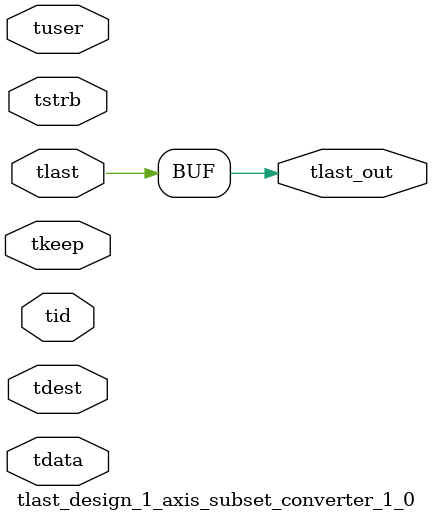
<source format=v>


`timescale 1ps/1ps

module tlast_design_1_axis_subset_converter_1_0 #
(
parameter C_S_AXIS_TID_WIDTH   = 1,
parameter C_S_AXIS_TUSER_WIDTH = 0,
parameter C_S_AXIS_TDATA_WIDTH = 0,
parameter C_S_AXIS_TDEST_WIDTH = 0
)
(
input  [(C_S_AXIS_TID_WIDTH   == 0 ? 1 : C_S_AXIS_TID_WIDTH)-1:0       ] tid,
input  [(C_S_AXIS_TDATA_WIDTH == 0 ? 1 : C_S_AXIS_TDATA_WIDTH)-1:0     ] tdata,
input  [(C_S_AXIS_TUSER_WIDTH == 0 ? 1 : C_S_AXIS_TUSER_WIDTH)-1:0     ] tuser,
input  [(C_S_AXIS_TDEST_WIDTH == 0 ? 1 : C_S_AXIS_TDEST_WIDTH)-1:0     ] tdest,
input  [(C_S_AXIS_TDATA_WIDTH/8)-1:0 ] tkeep,
input  [(C_S_AXIS_TDATA_WIDTH/8)-1:0 ] tstrb,
input  [0:0]                                                             tlast,
output                                                                   tlast_out
);

assign tlast_out = {tlast};

endmodule


</source>
